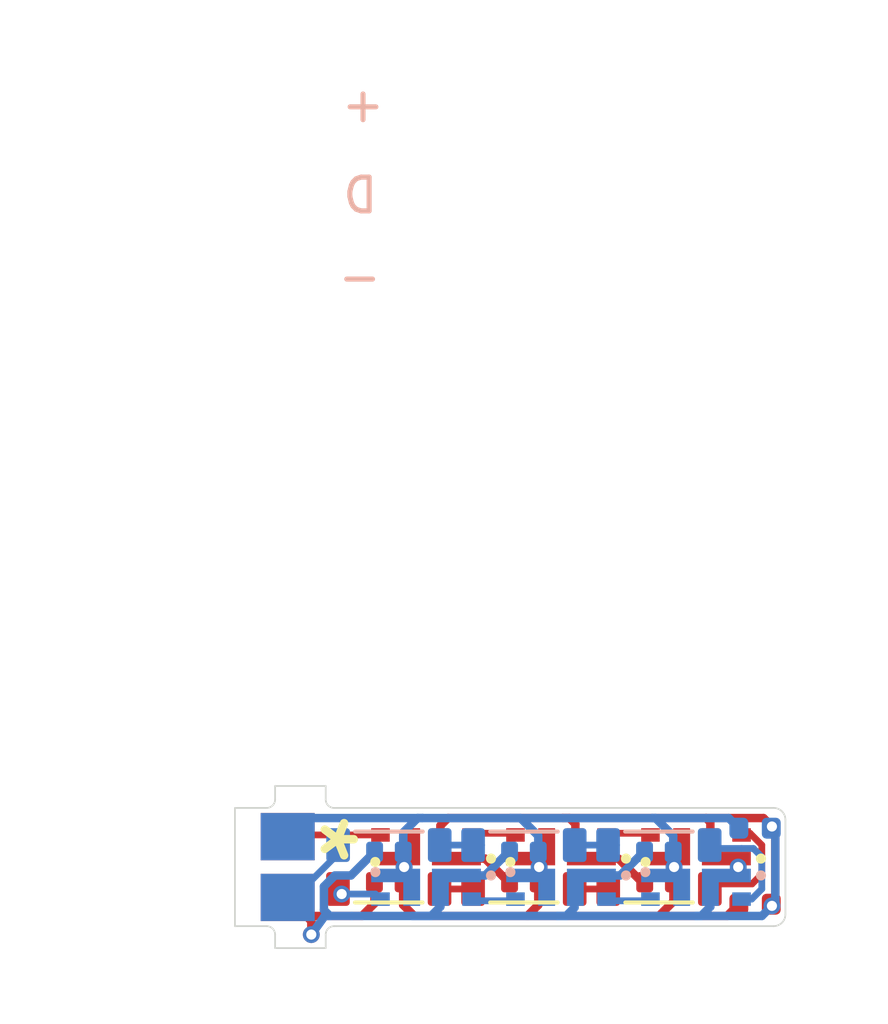
<source format=kicad_pcb>
(kicad_pcb (version 20241229) (generator "pcbnew") (generator_version "9.0")
  (layers (0 "F.Cu" signal) (2 "B.Cu" signal) (13 "F.Paste" user) (15 "B.Paste" user) (5 "F.SilkS" user "F.Silkscreen") (7 "B.SilkS" user "B.Silkscreen") (1 "F.Mask" user) (3 "B.Mask" user) (25 "Edge.Cuts" user))
  (net 0 "")
  (net 1 "GND")
  (net 2 "+5V")
  (net 3 "Net-(D10-DIN)")
  (net 4 "Net-(D10-DOUT)")
  (net 5 "Net-(D12-DOUT)")
  (net 6 "Net-(D12-DIN)")
  (net 7 "Net-(D6-DOUT)")
  (net 8 "Net-(D11-DIN)")
  (net 9 "Net-(D7-DIN)")
  (net 10 "Net-(D17-DIN)")
  (net 11 "Net-(D13-DIN)")
  (net 12 "Net-(D14-DOUT)")
  (net 13 "Net-(D15-DIN)")
  (net 14 "Net-(D9-DIN)")
  (net 15 "Net-(D16-DOUT)")
  (footprint "Pixels-dice:SK68XX-EC3210F" (layer "F.Cu") (at 139.85 100.65)
    (property "Reference" "D6" (hide yes))
    (property "Value" "SK68XX-EC3210F" (hide yes))
    (fp_line (start -1 0.4) (end 1 0.4) (stroke (width 0.12)) (layer "F.SilkS"))
    (fp_circle (center -0.4 -0.8) (end -0.3 -0.8) (stroke (width 0.1)) (fill yes) (layer "F.SilkS"))
    (pad "1" smd roundrect (at -0.425 -0.2) (size 0.5 0.6) (layers "F.Cu" "F.Mask" "F.Paste") (roundrect_rratio 0.2) (net 1 "GND"))
    (pad "2" smd roundrect (at -1.505 0) (size 0.7 1) (layers "F.Cu" "F.Mask" "F.Paste") (roundrect_rratio 0.1428571429) (net 7 "Net-(D6-DOUT)"))
    (pad "3" smd roundrect (at 1.505 0) (size 0.7 1) (layers "F.Cu" "F.Mask" "F.Paste") (roundrect_rratio 0.1428571429) (net 4 "Net-(D10-DOUT)"))
    (pad "4" smd roundrect (at 0.425 -0.2) (size 0.5 0.6) (layers "F.Cu" "F.Mask" "F.Paste") (roundrect_rratio 0.2) (net 2 "+5V"))
  )
  (footprint "Pixels-dice:Pyre_Con4" (layer "F.Cu") (at 132.85 100 90)
    (property "Reference" "J1" (hide yes))
    (property "Value" "Conn_01x04")
    (pad "1" connect rect (at -0.9 0 90) (size 1.4 1.6) (layers "F.Cu" "F.Mask") (net 1 "GND"))
    (pad "2" connect rect (at 0.9 0 90) (size 1.4 1.6) (layers "F.Cu" "F.Mask") (net 14 "Net-(D9-DIN)"))
    (pad "3" connect rect (at 0.9 0 90) (size 1.4 1.6) (layers "B.Cu" "B.Mask") (net 2 "+5V"))
    (pad "4" connect rect (at -0.9 0 90) (size 1.4 1.6) (layers "B.Cu" "B.Mask") (net 15 "Net-(D16-DOUT)"))
  )
  (footprint "Pixels-dice:SK68XX-EC3210F" (layer "F.Cu") (at 135.845 100.65)
    (property "Reference" "D8" (hide yes))
    (property "Value" "SK68XX-EC3210F" (hide yes))
    (fp_line (start -1 0.4) (end 1 0.4) (stroke (width 0.12)) (layer "F.SilkS"))
    (fp_circle (center -0.4 -0.8) (end -0.3 -0.8) (stroke (width 0.1)) (fill yes) (layer "F.SilkS"))
    (pad "1" smd roundrect (at -0.425 -0.2) (size 0.5 0.6) (layers "F.Cu" "F.Mask" "F.Paste") (roundrect_rratio 0.2) (net 1 "GND"))
    (pad "2" smd roundrect (at -1.505 0) (size 0.7 1) (layers "F.Cu" "F.Mask" "F.Paste") (roundrect_rratio 0.1428571429) (net 10 "Net-(D17-DIN)"))
    (pad "3" smd roundrect (at 1.505 0) (size 0.7 1) (layers "F.Cu" "F.Mask" "F.Paste") (roundrect_rratio 0.1428571429) (net 7 "Net-(D6-DOUT)"))
    (pad "4" smd roundrect (at 0.425 -0.2) (size 0.5 0.6) (layers "F.Cu" "F.Mask" "F.Paste") (roundrect_rratio 0.2) (net 2 "+5V"))
  )
  (footprint "Pixels-dice:SK68XX-EC3210F-TOPMOUNT" (layer "F.Cu") (at 136.95 99.4 180)
    (property "Reference" "D9" (hide yes))
    (property "Value" "SK68XX-EC3210F" (hide yes))
    (fp_circle (center -1.925 -0.35) (end -1.825 -0.35) (stroke (width 0.1)) (fill yes) (layer "F.SilkS"))
    (pad "1" smd custom (at -0.425 -0.25 180) (size 0.5 0.6) (layers "F.Cu" "F.Mask" "F.Paste") (net 1 "GND") (options (clearance outline) (anchor rect)) (primitives (gr_poly (pts (xy -1.2 -0.3) (xy -1.2 0.1) (xy -0.25 0.1) (xy -0.25 0.8) (xy 0.25 0.8) (xy 0.25 -0.3)) (width 0) (fill yes))))
    (pad "2" smd rect (at -1.35 0.35 180) (size 0.55 0.4) (layers "F.Cu" "F.Mask" "F.Paste") (net 9 "Net-(D7-DIN)"))
    (pad "3" smd rect (at 1.35 0.35 180) (size 0.55 0.4) (layers "F.Cu" "F.Mask" "F.Paste") (net 14 "Net-(D9-DIN)"))
    (pad "4" smd custom (at 0.425 -0.25 180) (size 0.5 0.6) (layers "F.Cu" "F.Mask" "F.Paste") (net 2 "+5V") (options (clearance outline) (anchor rect)) (primitives (gr_poly (pts (xy 1.2 -0.3) (xy 1.2 0.1) (xy 0.25 0.1) (xy 0.25 0.8) (xy -0.25 0.8) (xy -0.25 -0.3)) (width 0) (fill yes))))
  )
  (footprint "Pixels-dice:SK68XX-EC3210F" (layer "F.Cu") (at 143.855 100.65)
    (property "Reference" "D10" (hide yes))
    (property "Value" "SK68XX-EC3210F" (hide yes))
    (fp_line (start -1 0.4) (end 1 0.4) (stroke (width 0.12)) (layer "F.SilkS"))
    (fp_circle (center -0.4 -0.8) (end -0.3 -0.8) (stroke (width 0.1)) (fill yes) (layer "F.SilkS"))
    (pad "1" smd roundrect (at -0.425 -0.2) (size 0.5 0.6) (layers "F.Cu" "F.Mask" "F.Paste") (roundrect_rratio 0.2) (net 1 "GND"))
    (pad "2" smd roundrect (at -1.505 0) (size 0.7 1) (layers "F.Cu" "F.Mask" "F.Paste") (roundrect_rratio 0.1428571429) (net 4 "Net-(D10-DOUT)"))
    (pad "3" smd roundrect (at 1.505 0) (size 0.7 1) (layers "F.Cu" "F.Mask" "F.Paste") (roundrect_rratio 0.1428571429) (net 3 "Net-(D10-DIN)"))
    (pad "4" smd roundrect (at 0.425 -0.2) (size 0.5 0.6) (layers "F.Cu" "F.Mask" "F.Paste") (roundrect_rratio 0.2) (net 2 "+5V"))
  )
  (footprint "Pixels-dice:SK68XX-EC3210F-TOPMOUNT" (layer "F.Cu") (at 144.95 99.4 180)
    (property "Reference" "D11" (hide yes))
    (property "Value" "SK68XX-EC3210F" (hide yes))
    (fp_circle (center -1.925 -0.35) (end -1.825 -0.35) (stroke (width 0.1)) (fill yes) (layer "F.SilkS"))
    (pad "1" smd custom (at -0.425 -0.25 180) (size 0.5 0.6) (layers "F.Cu" "F.Mask" "F.Paste") (net 1 "GND") (options (clearance outline) (anchor rect)) (primitives (gr_poly (pts (xy -1.2 -0.3) (xy -1.2 0.1) (xy -0.25 0.1) (xy -0.25 0.8) (xy 0.25 0.8) (xy 0.25 -0.3)) (width 0) (fill yes))))
    (pad "2" smd rect (at -1.35 0.35 180) (size 0.55 0.4) (layers "F.Cu" "F.Mask" "F.Paste") (net 3 "Net-(D10-DIN)"))
    (pad "3" smd rect (at 1.35 0.35 180) (size 0.55 0.4) (layers "F.Cu" "F.Mask" "F.Paste") (net 8 "Net-(D11-DIN)"))
    (pad "4" smd custom (at 0.425 -0.25 180) (size 0.5 0.6) (layers "F.Cu" "F.Mask" "F.Paste") (net 2 "+5V") (options (clearance outline) (anchor rect)) (primitives (gr_poly (pts (xy 1.2 -0.3) (xy 1.2 0.1) (xy 0.25 0.1) (xy 0.25 0.8) (xy -0.25 0.8) (xy -0.25 -0.3)) (width 0) (fill yes))))
  )
  (footprint "Pixels-dice:SK68XX-EC3210F-TOPMOUNT" (layer "F.Cu") (at 140.95 99.4 180)
    (property "Reference" "D7" (hide yes))
    (property "Value" "SK68XX-EC3210F" (hide yes))
    (fp_circle (center -1.925 -0.35) (end -1.825 -0.35) (stroke (width 0.1)) (fill yes) (layer "F.SilkS"))
    (pad "1" smd custom (at -0.425 -0.25 180) (size 0.5 0.6) (layers "F.Cu" "F.Mask" "F.Paste") (net 1 "GND") (options (clearance outline) (anchor rect)) (primitives (gr_poly (pts (xy -1.2 -0.3) (xy -1.2 0.1) (xy -0.25 0.1) (xy -0.25 0.8) (xy 0.25 0.8) (xy 0.25 -0.3)) (width 0) (fill yes))))
    (pad "2" smd rect (at -1.35 0.35 180) (size 0.55 0.4) (layers "F.Cu" "F.Mask" "F.Paste") (net 8 "Net-(D11-DIN)"))
    (pad "3" smd rect (at 1.35 0.35 180) (size 0.55 0.4) (layers "F.Cu" "F.Mask" "F.Paste") (net 9 "Net-(D7-DIN)"))
    (pad "4" smd custom (at 0.425 -0.25 180) (size 0.5 0.6) (layers "F.Cu" "F.Mask" "F.Paste") (net 2 "+5V") (options (clearance outline) (anchor rect)) (primitives (gr_poly (pts (xy 1.2 -0.3) (xy 1.2 0.1) (xy 0.25 0.1) (xy 0.25 0.8) (xy -0.25 0.8) (xy -0.25 -0.3)) (width 0) (fill yes))))
  )
  (footprint "Pixels-dice:C_0402_1005Metric" (layer "F.Cu") (at 146.7 101.1)
    (property "Reference" "C2" (hide yes))
    (property "Value" "4.7uF 10V")
    (pad "1" smd roundrect (at -0.48 0) (size 0.56 0.62) (layers "F.Cu" "F.Mask" "F.Paste") (net 2 "+5V"))
    (pad "2" smd roundrect (at 0.48 0) (size 0.56 0.62) (layers "F.Cu" "F.Mask" "F.Paste") (net 1 "GND"))
  )
  (footprint "Pixels-dice:SK68XX-EC3210F-TOPMOUNT" (layer "B.Cu") (at 140.95 100.6 180)
    (property "Reference" "D15" (hide yes))
    (property "Value" "SK68XX-EC3210F" (hide yes))
    (fp_circle (center -1.925 0.35) (end -1.825 0.35) (stroke (width 0.1)) (fill yes) (layer "B.SilkS"))
    (pad "1" smd custom (at -0.425 0.25 180) (size 0.5 0.6) (layers "B.Cu" "B.Mask" "B.Paste") (net 1 "GND") (options (clearance outline) (anchor rect)) (primitives (gr_poly (pts (xy -1.2 0.3) (xy -1.2 -0.1) (xy -0.25 -0.1) (xy -0.25 -0.8) (xy 0.25 -0.8) (xy 0.25 0.3)) (width 0) (fill yes))))
    (pad "2" smd rect (at -1.35 -0.35 180) (size 0.55 0.4) (layers "B.Cu" "B.Mask" "B.Paste") (net 11 "Net-(D13-DIN)"))
    (pad "3" smd rect (at 1.35 -0.35 180) (size 0.55 0.4) (layers "B.Cu" "B.Mask" "B.Paste") (net 13 "Net-(D15-DIN)"))
    (pad "4" smd custom (at 0.425 0.25 180) (size 0.5 0.6) (layers "B.Cu" "B.Mask" "B.Paste") (net 2 "+5V") (options (clearance outline) (anchor rect)) (primitives (gr_poly (pts (xy 1.2 0.3) (xy 1.2 -0.1) (xy 0.25 -0.1) (xy 0.25 -0.8) (xy -0.25 -0.8) (xy -0.25 0.3)) (width 0) (fill yes))))
  )
  (footprint "Pixels-dice:SK68XX-EC3210F" (layer "B.Cu") (at 143.85 99.35)
    (property "Reference" "D12" (hide yes))
    (property "Value" "SK68XX-EC3210F" (hide yes))
    (fp_line (start -1 -0.4) (end 1 -0.4) (stroke (width 0.12)) (layer "B.SilkS"))
    (fp_circle (center -0.4 0.8) (end -0.3 0.8) (stroke (width 0.1)) (fill yes) (layer "B.SilkS"))
    (pad "1" smd roundrect (at -0.425 0.2) (size 0.5 0.6) (layers "B.Cu" "B.Mask" "B.Paste") (roundrect_rratio 0.2) (net 1 "GND"))
    (pad "2" smd roundrect (at -1.505 0) (size 0.7 1) (layers "B.Cu" "B.Mask" "B.Paste") (roundrect_rratio 0.1428571429) (net 5 "Net-(D12-DOUT)"))
    (pad "3" smd roundrect (at 1.505 0) (size 0.7 1) (layers "B.Cu" "B.Mask" "B.Paste") (roundrect_rratio 0.1428571429) (net 6 "Net-(D12-DIN)"))
    (pad "4" smd roundrect (at 0.425 0.2) (size 0.5 0.6) (layers "B.Cu" "B.Mask" "B.Paste") (roundrect_rratio 0.2) (net 2 "+5V"))
  )
  (footprint "Pixels-dice:C_0402_1005Metric" (layer "B.Cu") (at 146.7 98.85)
    (property "Reference" "C1" (hide yes))
    (property "Value" "4.7uF 10V")
    (pad "1" smd roundrect (at -0.48 0) (size 0.56 0.62) (layers "B.Cu" "B.Mask" "B.Paste") (net 2 "+5V"))
    (pad "2" smd roundrect (at 0.48 0) (size 0.56 0.62) (layers "B.Cu" "B.Mask" "B.Paste") (net 1 "GND"))
  )
  (footprint "Pixels-dice:SK68XX-EC3210F-TOPMOUNT" (layer "B.Cu") (at 144.95 100.6 180)
    (property "Reference" "D13" (hide yes))
    (property "Value" "SK68XX-EC3210F" (hide yes))
    (fp_circle (center -1.925 0.35) (end -1.825 0.35) (stroke (width 0.1)) (fill yes) (layer "B.SilkS"))
    (pad "1" smd custom (at -0.425 0.25 180) (size 0.5 0.6) (layers "B.Cu" "B.Mask" "B.Paste") (net 1 "GND") (options (clearance outline) (anchor rect)) (primitives (gr_poly (pts (xy -1.2 0.3) (xy -1.2 -0.1) (xy -0.25 -0.1) (xy -0.25 -0.8) (xy 0.25 -0.8) (xy 0.25 0.3)) (width 0) (fill yes))))
    (pad "2" smd rect (at -1.35 -0.35 180) (size 0.55 0.4) (layers "B.Cu" "B.Mask" "B.Paste") (net 6 "Net-(D12-DIN)"))
    (pad "3" smd rect (at 1.35 -0.35 180) (size 0.55 0.4) (layers "B.Cu" "B.Mask" "B.Paste") (net 11 "Net-(D13-DIN)"))
    (pad "4" smd custom (at 0.425 0.25 180) (size 0.5 0.6) (layers "B.Cu" "B.Mask" "B.Paste") (net 2 "+5V") (options (clearance outline) (anchor rect)) (primitives (gr_poly (pts (xy 1.2 0.3) (xy 1.2 -0.1) (xy 0.25 -0.1) (xy 0.25 -0.8) (xy -0.25 -0.8) (xy -0.25 0.3)) (width 0) (fill yes))))
  )
  (footprint "Pixels-dice:SK68XX-EC3210F" (layer "B.Cu") (at 135.85 99.35)
    (property "Reference" "D16" (hide yes))
    (property "Value" "SK68XX-EC3210F" (hide yes))
    (fp_line (start -1 -0.4) (end 1 -0.4) (stroke (width 0.12)) (layer "B.SilkS"))
    (fp_circle (center -0.4 0.8) (end -0.3 0.8) (stroke (width 0.1)) (fill yes) (layer "B.SilkS"))
    (pad "1" smd roundrect (at -0.425 0.2) (size 0.5 0.6) (layers "B.Cu" "B.Mask" "B.Paste") (roundrect_rratio 0.2) (net 1 "GND"))
    (pad "2" smd roundrect (at -1.505 0) (size 0.7 1) (layers "B.Cu" "B.Mask" "B.Paste") (roundrect_rratio 0.1428571429) (net 15 "Net-(D16-DOUT)"))
    (pad "3" smd roundrect (at 1.505 0) (size 0.7 1) (layers "B.Cu" "B.Mask" "B.Paste") (roundrect_rratio 0.1428571429) (net 12 "Net-(D14-DOUT)"))
    (pad "4" smd roundrect (at 0.425 0.2) (size 0.5 0.6) (layers "B.Cu" "B.Mask" "B.Paste") (roundrect_rratio 0.2) (net 2 "+5V"))
  )
  (footprint "Pixels-dice:SK68XX-EC3210F" (layer "B.Cu") (at 139.85 99.35)
    (property "Reference" "D14" (hide yes))
    (property "Value" "SK68XX-EC3210F" (hide yes))
    (fp_line (start -1 -0.4) (end 1 -0.4) (stroke (width 0.12)) (layer "B.SilkS"))
    (fp_circle (center -0.4 0.8) (end -0.3 0.8) (stroke (width 0.1)) (fill yes) (layer "B.SilkS"))
    (pad "1" smd roundrect (at -0.425 0.2) (size 0.5 0.6) (layers "B.Cu" "B.Mask" "B.Paste") (roundrect_rratio 0.2) (net 1 "GND"))
    (pad "2" smd roundrect (at -1.505 0) (size 0.7 1) (layers "B.Cu" "B.Mask" "B.Paste") (roundrect_rratio 0.1428571429) (net 12 "Net-(D14-DOUT)"))
    (pad "3" smd roundrect (at 1.505 0) (size 0.7 1) (layers "B.Cu" "B.Mask" "B.Paste") (roundrect_rratio 0.1428571429) (net 5 "Net-(D12-DOUT)"))
    (pad "4" smd roundrect (at 0.425 0.2) (size 0.5 0.6) (layers "B.Cu" "B.Mask" "B.Paste") (roundrect_rratio 0.2) (net 2 "+5V"))
  )
  (footprint "Pixels-dice:SK68XX-EC3210F-TOPMOUNT" (layer "B.Cu") (at 136.95 100.6 180)
    (property "Reference" "D17" (hide yes))
    (property "Value" "SK68XX-EC3210F" (hide yes))
    (fp_circle (center -1.925 0.35) (end -1.825 0.35) (stroke (width 0.1)) (fill yes) (layer "B.SilkS"))
    (pad "1" smd custom (at -0.425 0.25 180) (size 0.5 0.6) (layers "B.Cu" "B.Mask" "B.Paste") (net 1 "GND") (options (clearance outline) (anchor rect)) (primitives (gr_poly (pts (xy -1.2 0.3) (xy -1.2 -0.1) (xy -0.25 -0.1) (xy -0.25 -0.8) (xy 0.25 -0.8) (xy 0.25 0.3)) (width 0) (fill yes))))
    (pad "2" smd rect (at -1.35 -0.35 180) (size 0.55 0.4) (layers "B.Cu" "B.Mask" "B.Paste") (net 13 "Net-(D15-DIN)"))
    (pad "3" smd rect (at 1.35 -0.35 180) (size 0.55 0.4) (layers "B.Cu" "B.Mask" "B.Paste") (net 10 "Net-(D17-DIN)"))
    (pad "4" smd custom (at 0.425 0.25 180) (size 0.5 0.6) (layers "B.Cu" "B.Mask" "B.Paste") (net 2 "+5V") (options (clearance outline) (anchor rect)) (primitives (gr_poly (pts (xy 1.2 0.3) (xy 1.2 -0.1) (xy 0.25 -0.1) (xy 0.25 -0.8) (xy -0.25 -0.8) (xy -0.25 0.3)) (width 0) (fill yes))))
  )
  (gr_line (start 132.476777 102) (end 132.476777 102.4) (stroke (width 0.05)) (layer "Edge.Cuts"))
  (gr_line (start 147.6 101.4) (end 147.6 98.6) (stroke (width 0.05)) (layer "Edge.Cuts"))
  (gr_line (start 133.976777 97.6) (end 133.976777 98) (stroke (width 0.05)) (layer "Edge.Cuts"))
  (gr_line (start 134.230191 101.75) (end 147.25 101.75) (stroke (width 0.05)) (layer "Edge.Cuts"))
  (gr_line (start 147.25 98.25) (end 134.2268 98.25) (stroke (width 0.05)) (layer "Edge.Cuts"))
  (gr_line (start 132.226777 101.75) (end 131.286611 101.75) (stroke (width 0.05)) (layer "Edge.Cuts"))
  (gr_line (start 133.976777 102.4) (end 133.976777 102) (stroke (width 0.05)) (layer "Edge.Cuts"))
  (gr_arc (start 147.25 98.25) (mid 147.497487 98.352513) (end 147.6 98.6) (stroke (width 0.05)) (layer "Edge.Cuts"))
  (gr_arc (start 132.226777 101.75) (mid 132.403554 101.823223) (end 132.476777 102) (stroke (width 0.05)) (layer "Edge.Cuts"))
  (gr_line (start 131.286611 98.25) (end 131.286611 101.75) (stroke (width 0.05)) (layer "Edge.Cuts"))
  (gr_line (start 132.476777 97.6) (end 133.976777 97.6) (stroke (width 0.05)) (layer "Edge.Cuts"))
  (gr_line (start 132.226777 98.25) (end 131.286611 98.25) (stroke (width 0.05)) (layer "Edge.Cuts"))
  (gr_line (start 132.476777 102.4) (end 133.976777 102.4) (stroke (width 0.05)) (layer "Edge.Cuts"))
  (gr_arc (start 133.976777 102) (mid 134.05 101.823223) (end 134.226777 101.75) (stroke (width 0.05)) (layer "Edge.Cuts"))
  (gr_line (start 132.476777 98) (end 132.476777 97.6) (stroke (width 0.05)) (layer "Edge.Cuts"))
  (gr_arc (start 147.6 101.4) (mid 147.497487 101.647487) (end 147.25 101.75) (stroke (width 0.05)) (layer "Edge.Cuts"))
  (gr_arc (start 134.226777 98.25) (mid 134.05 98.176777) (end 133.976777 98) (stroke (width 0.05)) (layer "Edge.Cuts"))
  (gr_arc (start 132.476777 98) (mid 132.403554 98.176777) (end 132.226777 98.25) (stroke (width 0.05)) (layer "Edge.Cuts"))
  (gr_text "*" (at 132.55 98.25 270) (layer "F.SilkS") (effects (font (size 2 2) (thickness 0.25)) (justify left bottom)))
  (gr_text "+" (at 135.8 78 -0) (layer "B.SilkS") (effects (font (size 1 1)) (justify left bottom mirror)))
  (gr_text "-" (at 135.7 83.1 -0) (layer "B.SilkS") (effects (font (size 1 1)) (justify left bottom mirror)))
  (gr_text "D" (at 135.6 80.7 -0) (layer "B.SilkS") (effects (font (size 1 1)) (justify left bottom mirror)))
  (segment (start 147.3 101.05) (end 147.2 101.15) (width 0.25) (layer "F.Cu") (net 1))
  (segment (start 142.65 99.75) (end 143.35 100.45) (width 0.25) (layer "F.Cu") (net 1))
  (segment (start 141.375 98.725) (end 141.375 99.6) (width 0.25) (layer "F.Cu") (net 1))
  (segment (start 133.55 102) (end 133.55 101.6) (width 0.25) (layer "F.Cu") (net 1))
  (segment (start 137.375 99.6) (end 137.525 99.75) (width 0.25) (layer "F.Cu") (net 1))
  (segment (start 137.375 98.775) (end 137.6 98.55) (width 0.25) (layer "F.Cu") (net 1))
  (segment (start 135.05 101.45) (end 133.4 101.45) (width 0.25) (layer "F.Cu") (net 1))
  (segment (start 139.4 100.45) (end 139.425 100.45) (width 0.25) (layer "F.Cu") (net 1))
  (segment (start 145.525 99.75) (end 145.375 99.6) (width 0.25) (layer "F.Cu") (net 1))
  (segment (start 135.42 100.45) (end 135.42 101.08) (width 0.25) (layer "F.Cu") (net 1))
  (segment (start 145.375 99.6) (end 145.375 98.675) (width 0.25) (layer "F.Cu") (net 1))
  (segment (start 137.6 98.55) (end 141 98.55) (width 0.25) (layer "F.Cu") (net 1))
  (segment (start 141.2 98.55) (end 141.375 98.725) (width 0.25) (layer "F.Cu") (net 1))
  (segment (start 137.375 99.65) (end 137.375 98.775) (width 0.25) (layer "F.Cu") (net 1))
  (segment (start 135.42 101.08) (end 135.05 101.45) (width 0.25) (layer "F.Cu") (net 1))
  (segment (start 133.4 101.45) (end 132.85 100.9) (width 0.25) (layer "F.Cu") (net 1))
  (segment (start 145.375 98.675) (end 145.25 98.55) (width 0.25) (layer "F.Cu") (net 1))
  (segment (start 141.525 99.75) (end 142.65 99.75) (width 0.25) (layer "F.Cu") (net 1))
  (segment (start 141 98.55) (end 141.2 98.55) (width 0.25) (layer "F.Cu") (net 1))
  (segment (start 133.55 101.6) (end 132.85 100.9) (width 0.25) (layer "F.Cu") (net 1))
  (segment (start 145.95 99.75) (end 145.525 99.75) (width 0.25) (layer "F.Cu") (net 1))
  (segment (start 143.35 100.45) (end 143.43 100.45) (width 0.25) (layer "F.Cu") (net 1))
  (segment (start 147.2 98.8) (end 146.95 98.55) (width 0.25) (layer "F.Cu") (net 1))
  (segment (start 137.525 99.75) (end 138.7 99.75) (width 0.25) (layer "F.Cu") (net 1))
  (segment (start 141 98.55) (end 145.25 98.55) (width 0.25) (layer "F.Cu") (net 1))
  (segment (start 147.2 98.8) (end 147.3 98.9) (width 0.25) (layer "F.Cu") (net 1))
  (segment (start 147.18 101.1) (end 147.18 101.13) (width 0.25) (layer "F.Cu") (net 1))
  (segment (start 141.375 99.6) (end 141.525 99.75) (width 0.25) (layer "F.Cu") (net 1))
  (segment (start 146.2 100) (end 145.95 99.75) (width 0.25) (layer "F.Cu") (net 1))
  (segment (start 146.95 98.55) (end 145.25 98.55) (width 0.25) (layer "F.Cu") (net 1))
  (segment (start 147.3 98.9) (end 147.3 101.05) (width 0.25) (layer "F.Cu") (net 1))
  (segment (start 147.18 101.13) (end 147.2 101.15) (width 0.25) (layer "F.Cu") (net 1))
  (segment (start 138.7 99.75) (end 139.4 100.45) (width 0.25) (layer "F.Cu") (net 1))
  (via (at 147.2 101.15) (size 0.5) (drill 0.3) (layers "F.Cu" "B.Cu") (net 1))
  (via (at 133.55 102) (size 0.5) (drill 0.3) (layers "F.Cu" "B.Cu") (net 1))
  (via (at 146.2 100) (size 0.5) (drill 0.3) (layers "F.Cu" "B.Cu") (net 1))
  (via (at 147.2 98.8) (size 0.5) (drill 0.3) (layers "F.Cu" "B.Cu") (net 1))
  (segment (start 137.15 101.4) (end 137.101 101.449) (width 0.25) (layer "B.Cu") (net 1))
  (segment (start 144.95 101.449) (end 146.901 101.449) (width 0.25) (layer "B.Cu") (net 1))
  (segment (start 145.475 100.3) (end 145.7 100.3) (width 0.25) (layer "B.Cu") (net 1))
  (segment (start 141.101 101.449) (end 141.35 101.2) (width 0.25) (layer "B.Cu") (net 1))
  (segment (start 146.901 101.449) (end 147.2 101.15) (width 0.25) (layer "B.Cu") (net 1))
  (segment (start 147.3 98.95) (end 147.3 101.05) (width 0.25) (layer "B.Cu") (net 1))
  (segment (start 137.375 100.4) (end 137.375 101.175) (width 0.25) (layer "B.Cu") (net 1))
  (segment (start 140.85 101.449) (end 144.95 101.449) (width 0.25) (layer "B.Cu") (net 1))
  (segment (start 137.375 101.175) (end 137.15 101.4) (width 0.25) (layer "B.Cu") (net 1))
  (segment (start 134.25 100.25) (end 133.924 100.576) (width 0.25) (layer "B.Cu") (net 1))
  (segment (start 133.924 101.273) (end 134.1 101.449) (width 0.25) (layer "B.Cu") (net 1))
  (segment (start 144.95 101.449) (end 145.101 101.449) (width 0.25) (layer "B.Cu") (net 1))
  (segment (start 136.55 101.449) (end 134.75 101.449) (width 0.25) (layer "B.Cu") (net 1))
  (segment (start 136.55 101.449) (end 140.85 101.449) (width 0.25) (layer "B.Cu") (net 1))
  (segment (start 141.375 100.4) (end 141.525 100.25) (width 0.25) (layer "B.Cu") (net 1))
  (segment (start 147.18 98.85) (end 147.2 98.85) (width 0.25) (layer "B.Cu") (net 1))
  (segment (start 137.375 100.4) (end 137.525 100.25) (width 0.25) (layer "B.Cu") (net 1))
  (segment (start 135.425 99.55) (end 134.725 100.25) (width 0.25) (layer "B.Cu") (net 1))
  (segment (start 147.18 98.85) (end 147.18 98.82) (width 0.25) (layer "B.Cu") (net 1))
  (segment (start 133.55 102) (end 133.949 101.449) (width 0.25) (layer "B.Cu") (net 1))
  (segment (start 145.101 101.449) (end 145.375 101.175) (width 0.25) (layer "B.Cu") (net 1))
  (segment (start 145.375 100.4) (end 145.475 100.3) (width 0.25) (layer "B.Cu") (net 1))
  (segment (start 145.7 100.3) (end 145.9 100.3) (width 0.25) (layer "B.Cu") (net 1))
  (segment (start 143.4 99.55) (end 143.425 99.55) (width 0.25) (layer "B.Cu") (net 1))
  (segment (start 137.525 100.25) (end 138.7 100.25) (width 0.25) (layer "B.Cu") (net 1))
  (segment (start 147.3 101.05) (end 147.2 101.15) (width 0.25) (layer "B.Cu") (net 1))
  (segment (start 145.9 100.3) (end 146.2 100) (width 0.25) (layer "B.Cu") (net 1))
  (segment (start 141.35 100.425) (end 141.375 100.4) (width 0.25) (layer "B.Cu") (net 1))
  (segment (start 133.924 100.576) (end 133.924 101.273) (width 0.25) (layer "B.Cu") (net 1))
  (segment (start 134.725 100.25) (end 134.25 100.25) (width 0.25) (layer "B.Cu") (net 1))
  (segment (start 139.4 99.55) (end 139.425 99.55) (width 0.25) (layer "B.Cu") (net 1))
  (segment (start 142.7 100.25) (end 143.4 99.55) (width 0.25) (layer "B.Cu") (net 1))
  (segment (start 141.525 100.25) (end 142.7 100.25) (width 0.25) (layer "B.Cu") (net 1))
  (segment (start 137.101 101.449) (end 136.55 101.449) (width 0.25) (layer "B.Cu") (net 1))
  (segment (start 141.35 101.2) (end 141.35 100.425) (width 0.25) (layer "B.Cu") (net 1))
  (segment (start 140.85 101.449) (end 141.101 101.449) (width 0.25) (layer "B.Cu") (net 1))
  (segment (start 147.18 98.82) (end 147.2 98.8) (width 0.25) (layer "B.Cu") (net 1))
  (segment (start 145.375 101.175) (end 145.375 100.4) (width 0.25) (layer "B.Cu") (net 1))
  (segment (start 133.949 101.449) (end 134.1 101.449) (width 0.25) (layer "B.Cu") (net 1))
  (segment (start 138.7 100.25) (end 139.4 99.55) (width 0.25) (layer "B.Cu") (net 1))
  (segment (start 134.1 101.449) (end 134.75 101.449) (width 0.25) (layer "B.Cu") (net 1))
  (segment (start 147.2 98.85) (end 147.3 98.95) (width 0.25) (layer "B.Cu") (net 1))
  (segment (start 144.28 100.45) (end 144.28 99.845) (width 0.25) (layer "F.Cu") (net 2))
  (segment (start 139.95 101.45) (end 140.275 101.125) (width 0.25) (layer "F.Cu") (net 2))
  (segment (start 139.95 101.45) (end 143.6 101.45) (width 0.25) (layer "F.Cu") (net 2))
  (segment (start 136.27 99.855) (end 136.525 99.6) (width 0.25) (layer "F.Cu") (net 2))
  (segment (start 136.6 101.45) (end 139.95 101.45) (width 0.25) (layer "F.Cu") (net 2))
  (segment (start 136.27 101.12) (end 136.6 101.45) (width 0.25) (layer "F.Cu") (net 2))
  (segment (start 140.275 100.45) (end 140.275 99.85) (width 0.25) (layer "F.Cu") (net 2))
  (segment (start 140.275 101.125) (end 140.275 100.45) (width 0.25) (layer "F.Cu") (net 2))
  (segment (start 145.87 101.45) (end 146.22 101.1) (width 0.25) (layer "F.Cu") (net 2))
  (segment (start 136.27 100.45) (end 136.27 99.855) (width 0.25) (layer "F.Cu") (net 2))
  (segment (start 144.28 99.845) (end 144.525 99.6) (width 0.25) (layer "F.Cu") (net 2))
  (segment (start 143.6 101.45) (end 143.85 101.45) (width 0.25) (layer "F.Cu") (net 2))
  (segment (start 143.6 101.45) (end 145.87 101.45) (width 0.25) (layer "F.Cu") (net 2))
  (segment (start 143.85 101.45) (end 144.28 101.02) (width 0.25) (layer "F.Cu") (net 2))
  (segment (start 136.27 100.45) (end 136.27 101.12) (width 0.25) (layer "F.Cu") (net 2))
  (segment (start 140.275 99.85) (end 140.525 99.6) (width 0.25) (layer "F.Cu") (net 2))
  (segment (start 144.28 101.02) (end 144.28 100.45) (width 0.25) (layer "F.Cu") (net 2))
  (via (at 140.3 100) (size 0.5) (drill 0.3) (layers "F.Cu" "B.Cu") (net 2))
  (via (at 136.3 100) (size 0.5) (drill 0.3) (layers "F.Cu" "B.Cu") (net 2))
  (via (at 144.3 100) (size 0.5) (drill 0.3) (layers "F.Cu" "B.Cu") (net 2))
  (segment (start 136.275 99.55) (end 136.275 99.075) (width 0.25) (layer "B.Cu") (net 2))
  (segment (start 144.275 99.55) (end 144.275 99.975) (width 0.25) (layer "B.Cu") (net 2))
  (segment (start 133.4 98.55) (end 132.85 99.1) (width 0.25) (layer "B.Cu") (net 2))
  (segment (start 136.85 98.55) (end 133.4 98.55) (width 0.25) (layer "B.Cu") (net 2))
  (segment (start 143.65 98.55) (end 143.75 98.55) (width 0.25) (layer "B.Cu") (net 2))
  (segment (start 136.275 100.15) (end 136.525 100.4) (width 0.25) (layer "B.Cu") (net 2))
  (segment (start 144.275 100.15) (end 144.525 100.4) (width 0.25) (layer "B.Cu") (net 2))
  (segment (start 140.275 99.55) (end 140.275 99.975) (width 0.25) (layer "B.Cu") (net 2))
  (segment (start 136.85 98.55) (end 139.45 98.55) (width 0.25) (layer "B.Cu") (net 2))
  (segment (start 143.75 98.55) (end 144.275 99.075) (width 0.25) (layer "B.Cu") (net 2))
  (segment (start 136.275 99.55) (end 136.275 99.975) (width 0.25) (layer "B.Cu") (net 2))
  (segment (start 140.275 100.15) (end 140.525 100.4) (width 0.25) (layer "B.Cu") (net 2))
  (segment (start 136.275 98.975) (end 136.7 98.55) (width 0.25) (layer "B.Cu") (net 2))
  (segment (start 140.275 99.55) (end 140.275 100.15) (width 0.25) (layer "B.Cu") (net 2))
  (segment (start 140.275 99.075) (end 140.275 99.55) (width 0.25) (layer "B.Cu") (net 2))
  (segment (start 136.275 99.975) (end 136.3 100) (width 0.25) (layer "B.Cu") (net 2))
  (segment (start 139.45 98.55) (end 143.65 98.55) (width 0.25) (layer "B.Cu") (net 2))
  (segment (start 136.275 99.55) (end 136.275 98.975) (width 0.25) (layer "B.Cu") (net 2))
  (segment (start 145.92 98.55) (end 146.22 98.85) (width 0.25) (layer "B.Cu") (net 2))
  (segment (start 144.275 99.55) (end 144.275 100.15) (width 0.25) (layer "B.Cu") (net 2))
  (segment (start 139.45 98.55) (end 139.75 98.55) (width 0.25) (layer "B.Cu") (net 2))
  (segment (start 136.7 98.55) (end 136.85 98.55) (width 0.25) (layer "B.Cu") (net 2))
  (segment (start 140.275 99.975) (end 140.3 100) (width 0.25) (layer "B.Cu") (net 2))
  (segment (start 143.65 98.55) (end 145.92 98.55) (width 0.25) (layer "B.Cu") (net 2))
  (segment (start 144.275 99.975) (end 144.3 100) (width 0.25) (layer "B.Cu") (net 2))
  (segment (start 139.75 98.55) (end 140.275 99.075) (width 0.25) (layer "B.Cu") (net 2))
  (segment (start 136.275 99.55) (end 136.275 100.15) (width 0.25) (layer "B.Cu") (net 2))
  (segment (start 144.275 99.075) (end 144.275 99.55) (width 0.25) (layer "B.Cu") (net 2))
  (segment (start 146.9 100.21) (end 146.609 100.501) (width 0.2) (layer "F.Cu") (net 3))
  (segment (start 146.9 99.35) (end 146.9 100.21) (width 0.2) (layer "F.Cu") (net 3))
  (segment (start 146.609 100.501) (end 145.501 100.501) (width 0.2) (layer "F.Cu") (net 3))
  (segment (start 145.5 100.5) (end 145.36 100.64) (width 0.2) (layer "F.Cu") (net 3))
  (segment (start 145.501 100.501) (end 145.5 100.5) (width 0.2) (layer "F.Cu") (net 3))
  (segment (start 146.55 99) (end 146.9 99.35) (width 0.2) (layer "F.Cu") (net 3))
  (segment (start 145.36 100.64) (end 145.36 100.65) (width 0.2) (layer "F.Cu") (net 3))
  (segment (start 146.3 99) (end 146.55 99) (width 0.2) (layer "F.Cu") (net 3))
  (segment (start 142.35 100.65) (end 141.355 100.65) (width 0.2) (layer "F.Cu") (net 4))
  (segment (start 142.595 99.35) (end 141.605 99.35) (width 0.2) (layer "B.Cu") (net 5))
  (segment (start 146.3 99.45) (end 146.65 99.45) (width 0.2) (layer "B.Cu") (net 6))
  (segment (start 146.65 99.45) (end 146.9 99.7) (width 0.2) (layer "B.Cu") (net 6))
  (segment (start 146.3 99.45) (end 145.455 99.45) (width 0.2) (layer "B.Cu") (net 6))
  (segment (start 145.455 99.45) (end 145.355 99.35) (width 0.2) (layer "B.Cu") (net 6))
  (segment (start 146.6 100.95) (end 146.3 100.95) (width 0.2) (layer "B.Cu") (net 6))
  (segment (start 146.9 100.65) (end 146.6 100.95) (width 0.2) (layer "B.Cu") (net 6))
  (segment (start 146.9 99.7) (end 146.9 100.65) (width 0.2) (layer "B.Cu") (net 6))
  (segment (start 138.345 100.65) (end 137.35 100.65) (width 0.2) (layer "F.Cu") (net 7))
  (segment (start 142.3 99) (end 143.6 99) (width 0.2) (layer "F.Cu") (net 8))
  (segment (start 138.3 99) (end 139.6 99) (width 0.2) (layer "F.Cu") (net 9))
  (via (at 134.45 100.8) (size 0.5) (drill 0.3) (layers "F.Cu" "B.Cu") (net 10))
  (segment (start 135.45 100.8) (end 135.6 100.95) (width 0.2) (layer "B.Cu") (net 10))
  (segment (start 134.45 100.8) (end 135.45 100.8) (width 0.2) (layer "B.Cu") (net 10))
  (segment (start 143.6 101) (end 142.3 101) (width 0.2) (layer "B.Cu") (net 11))
  (segment (start 138.595 99.35) (end 137.605 99.35) (width 0.2) (layer "B.Cu") (net 12))
  (segment (start 139.6 101) (end 138.3 101) (width 0.2) (layer "B.Cu") (net 13))
  (segment (start 135.6 99.05) (end 132.9 99.05) (width 0.2) (layer "F.Cu") (net 14))
  (segment (start 132.9 99.05) (end 132.85 99.1) (width 0.2) (layer "F.Cu") (net 14))
  (segment (start 134.345 99.35) (end 134.1 99.35) (width 0.2) (layer "B.Cu") (net 15))
  (segment (start 134.345 99.605) (end 133.05 100.9) (width 0.2) (layer "B.Cu") (net 15))
  (segment (start 133.05 100.9) (end 132.85 100.9) (width 0.2) (layer "B.Cu") (net 15))
  (segment (start 134.345 99.35) (end 134.345 99.605) (width 0.2) (layer "B.Cu") (net 15))
)
</source>
